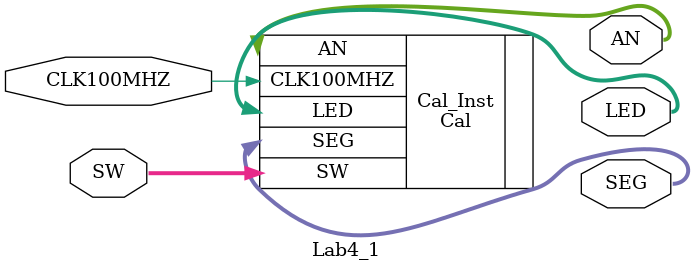
<source format=v>
module Lab4_1(
    input CLK100MHZ,
    input [15:0] SW,
    output [15:0] LED,
    output [7:0] SEG,
    output [7:0] AN
);

    Cal  #(.BITWIDTH(8)) Cal_Inst(
        .CLK100MHZ(CLK100MHZ),
        .SW(SW),
        .LED(LED),
        .SEG(SEG),
        .AN(AN)
    );
    
endmodule //Lab4_1

</source>
